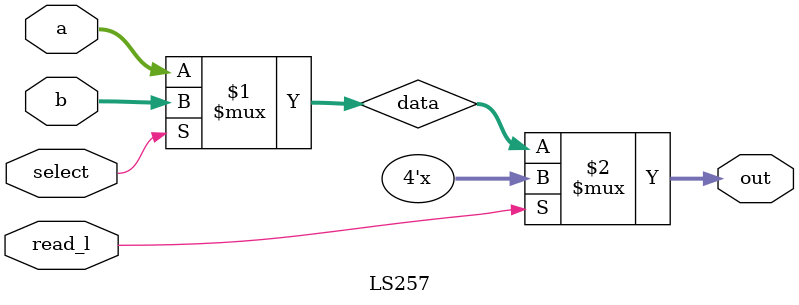
<source format=sv>
module	LS257	#(parameter width = 4)
		(input logic [width-1:0] a, b,
		 input logic select, read_l,
		output logic [width-1:0] out);

	logic [width-1:0] data;

	assign data = (select) ? b : a;
	assign out = (read_l) ? 'z : data;

endmodule 

</source>
